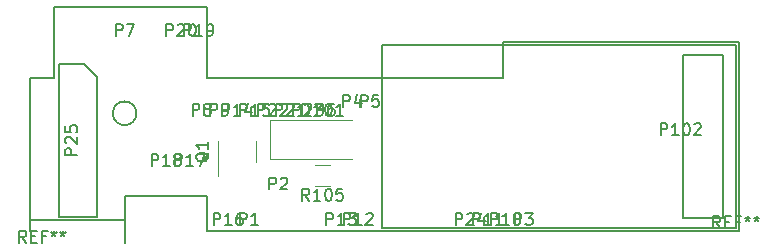
<source format=gbr>
G04 #@! TF.FileFunction,Legend,Top*
%FSLAX46Y46*%
G04 Gerber Fmt 4.6, Leading zero omitted, Abs format (unit mm)*
G04 Created by KiCad (PCBNEW 4.0.5) date 2017 June 13, Tuesday 07:26:24*
%MOMM*%
%LPD*%
G01*
G04 APERTURE LIST*
%ADD10C,0.100000*%
%ADD11C,0.120000*%
%ADD12C,0.150000*%
G04 APERTURE END LIST*
D10*
D11*
X115600000Y-74600000D02*
X115600000Y-77900000D01*
X115600000Y-77900000D02*
X122500000Y-77900000D01*
X115600000Y-74600000D02*
X122500000Y-74600000D01*
X114360000Y-78150000D02*
X114360000Y-76350000D01*
X111140000Y-76350000D02*
X111140000Y-79300000D01*
X119400000Y-78370000D02*
X120600000Y-78370000D01*
X120600000Y-80130000D02*
X119400000Y-80130000D01*
D12*
X104250000Y-74000000D02*
G75*
G03X104250000Y-74000000I-1000000J0D01*
G01*
X110250000Y-84000000D02*
X155250000Y-84000000D01*
X103250000Y-81000000D02*
X103250000Y-85000000D01*
X110250000Y-81000000D02*
X103250000Y-81000000D01*
X110250000Y-84000000D02*
X110250000Y-81000000D01*
X110250000Y-65000000D02*
X110250000Y-71000000D01*
X97250000Y-65000000D02*
X110250000Y-65000000D01*
X97250000Y-71000000D02*
X97250000Y-65000000D01*
X95250000Y-71000000D02*
X97250000Y-71000000D01*
X95250000Y-84000000D02*
X95250000Y-71000000D01*
X135250000Y-71000000D02*
X110250000Y-71000000D01*
X135250000Y-68000000D02*
X135250000Y-71000000D01*
X155250000Y-68000000D02*
X135250000Y-68000000D01*
X155250000Y-84000000D02*
X155250000Y-68000000D01*
X95250000Y-83000000D02*
X103250000Y-83000000D01*
X153900000Y-69100000D02*
X153900000Y-82900000D01*
X150500000Y-69100000D02*
X153900000Y-69100000D01*
X150500000Y-82900000D02*
X150500000Y-69100000D01*
X153900000Y-82900000D02*
X150500000Y-82900000D01*
X155000000Y-68250000D02*
X155000000Y-83750000D01*
X125000000Y-68250000D02*
X155000000Y-68250000D01*
X125000000Y-83750000D02*
X125000000Y-68250000D01*
X155000000Y-83750000D02*
X125000000Y-83750000D01*
X99775000Y-69800000D02*
X97675000Y-69800000D01*
X100875000Y-70900000D02*
X99775000Y-69800000D01*
X100875000Y-82800000D02*
X97675000Y-82800000D01*
X97675000Y-82800000D02*
X97675000Y-69800000D01*
X100875000Y-82800000D02*
X100875000Y-70900000D01*
X118309524Y-74202381D02*
X118309524Y-73202381D01*
X118547619Y-73202381D01*
X118690477Y-73250000D01*
X118785715Y-73345238D01*
X118833334Y-73440476D01*
X118880953Y-73630952D01*
X118880953Y-73773810D01*
X118833334Y-73964286D01*
X118785715Y-74059524D01*
X118690477Y-74154762D01*
X118547619Y-74202381D01*
X118309524Y-74202381D01*
X119833334Y-74202381D02*
X119261905Y-74202381D01*
X119547619Y-74202381D02*
X119547619Y-73202381D01*
X119452381Y-73345238D01*
X119357143Y-73440476D01*
X119261905Y-73488095D01*
X120452381Y-73202381D02*
X120547620Y-73202381D01*
X120642858Y-73250000D01*
X120690477Y-73297619D01*
X120738096Y-73392857D01*
X120785715Y-73583333D01*
X120785715Y-73821429D01*
X120738096Y-74011905D01*
X120690477Y-74107143D01*
X120642858Y-74154762D01*
X120547620Y-74202381D01*
X120452381Y-74202381D01*
X120357143Y-74154762D01*
X120309524Y-74107143D01*
X120261905Y-74011905D01*
X120214286Y-73821429D01*
X120214286Y-73583333D01*
X120261905Y-73392857D01*
X120309524Y-73297619D01*
X120357143Y-73250000D01*
X120452381Y-73202381D01*
X121738096Y-74202381D02*
X121166667Y-74202381D01*
X121452381Y-74202381D02*
X121452381Y-73202381D01*
X121357143Y-73345238D01*
X121261905Y-73440476D01*
X121166667Y-73488095D01*
X110397619Y-77345238D02*
X110350000Y-77440476D01*
X110254762Y-77535714D01*
X110111905Y-77678571D01*
X110064286Y-77773810D01*
X110064286Y-77869048D01*
X110302381Y-77821429D02*
X110254762Y-77916667D01*
X110159524Y-78011905D01*
X109969048Y-78059524D01*
X109635714Y-78059524D01*
X109445238Y-78011905D01*
X109350000Y-77916667D01*
X109302381Y-77821429D01*
X109302381Y-77630952D01*
X109350000Y-77535714D01*
X109445238Y-77440476D01*
X109635714Y-77392857D01*
X109969048Y-77392857D01*
X110159524Y-77440476D01*
X110254762Y-77535714D01*
X110302381Y-77630952D01*
X110302381Y-77821429D01*
X110302381Y-76440476D02*
X110302381Y-77011905D01*
X110302381Y-76726191D02*
X109302381Y-76726191D01*
X109445238Y-76821429D01*
X109540476Y-76916667D01*
X109588095Y-77011905D01*
X118880953Y-81402381D02*
X118547619Y-80926190D01*
X118309524Y-81402381D02*
X118309524Y-80402381D01*
X118690477Y-80402381D01*
X118785715Y-80450000D01*
X118833334Y-80497619D01*
X118880953Y-80592857D01*
X118880953Y-80735714D01*
X118833334Y-80830952D01*
X118785715Y-80878571D01*
X118690477Y-80926190D01*
X118309524Y-80926190D01*
X119833334Y-81402381D02*
X119261905Y-81402381D01*
X119547619Y-81402381D02*
X119547619Y-80402381D01*
X119452381Y-80545238D01*
X119357143Y-80640476D01*
X119261905Y-80688095D01*
X120452381Y-80402381D02*
X120547620Y-80402381D01*
X120642858Y-80450000D01*
X120690477Y-80497619D01*
X120738096Y-80592857D01*
X120785715Y-80783333D01*
X120785715Y-81021429D01*
X120738096Y-81211905D01*
X120690477Y-81307143D01*
X120642858Y-81354762D01*
X120547620Y-81402381D01*
X120452381Y-81402381D01*
X120357143Y-81354762D01*
X120309524Y-81307143D01*
X120261905Y-81211905D01*
X120214286Y-81021429D01*
X120214286Y-80783333D01*
X120261905Y-80592857D01*
X120309524Y-80497619D01*
X120357143Y-80450000D01*
X120452381Y-80402381D01*
X121690477Y-80402381D02*
X121214286Y-80402381D01*
X121166667Y-80878571D01*
X121214286Y-80830952D01*
X121309524Y-80783333D01*
X121547620Y-80783333D01*
X121642858Y-80830952D01*
X121690477Y-80878571D01*
X121738096Y-80973810D01*
X121738096Y-81211905D01*
X121690477Y-81307143D01*
X121642858Y-81354762D01*
X121547620Y-81402381D01*
X121309524Y-81402381D01*
X121214286Y-81354762D01*
X121166667Y-81307143D01*
X94916667Y-84952381D02*
X94583333Y-84476190D01*
X94345238Y-84952381D02*
X94345238Y-83952381D01*
X94726191Y-83952381D01*
X94821429Y-84000000D01*
X94869048Y-84047619D01*
X94916667Y-84142857D01*
X94916667Y-84285714D01*
X94869048Y-84380952D01*
X94821429Y-84428571D01*
X94726191Y-84476190D01*
X94345238Y-84476190D01*
X95345238Y-84428571D02*
X95678572Y-84428571D01*
X95821429Y-84952381D02*
X95345238Y-84952381D01*
X95345238Y-83952381D01*
X95821429Y-83952381D01*
X96583334Y-84428571D02*
X96250000Y-84428571D01*
X96250000Y-84952381D02*
X96250000Y-83952381D01*
X96726191Y-83952381D01*
X97250000Y-83952381D02*
X97250000Y-84190476D01*
X97011905Y-84095238D02*
X97250000Y-84190476D01*
X97488096Y-84095238D01*
X97107143Y-84380952D02*
X97250000Y-84190476D01*
X97392858Y-84380952D01*
X98011905Y-83952381D02*
X98011905Y-84190476D01*
X97773810Y-84095238D02*
X98011905Y-84190476D01*
X98250001Y-84095238D01*
X97869048Y-84380952D02*
X98011905Y-84190476D01*
X98154763Y-84380952D01*
X153666667Y-83702381D02*
X153333333Y-83226190D01*
X153095238Y-83702381D02*
X153095238Y-82702381D01*
X153476191Y-82702381D01*
X153571429Y-82750000D01*
X153619048Y-82797619D01*
X153666667Y-82892857D01*
X153666667Y-83035714D01*
X153619048Y-83130952D01*
X153571429Y-83178571D01*
X153476191Y-83226190D01*
X153095238Y-83226190D01*
X154095238Y-83178571D02*
X154428572Y-83178571D01*
X154571429Y-83702381D02*
X154095238Y-83702381D01*
X154095238Y-82702381D01*
X154571429Y-82702381D01*
X155333334Y-83178571D02*
X155000000Y-83178571D01*
X155000000Y-83702381D02*
X155000000Y-82702381D01*
X155476191Y-82702381D01*
X156000000Y-82702381D02*
X156000000Y-82940476D01*
X155761905Y-82845238D02*
X156000000Y-82940476D01*
X156238096Y-82845238D01*
X155857143Y-83130952D02*
X156000000Y-82940476D01*
X156142858Y-83130952D01*
X156761905Y-82702381D02*
X156761905Y-82940476D01*
X156523810Y-82845238D02*
X156761905Y-82940476D01*
X157000001Y-82845238D01*
X156619048Y-83130952D02*
X156761905Y-82940476D01*
X156904763Y-83130952D01*
X131285714Y-83452381D02*
X131285714Y-82452381D01*
X131666667Y-82452381D01*
X131761905Y-82500000D01*
X131809524Y-82547619D01*
X131857143Y-82642857D01*
X131857143Y-82785714D01*
X131809524Y-82880952D01*
X131761905Y-82928571D01*
X131666667Y-82976190D01*
X131285714Y-82976190D01*
X132238095Y-82547619D02*
X132285714Y-82500000D01*
X132380952Y-82452381D01*
X132619048Y-82452381D01*
X132714286Y-82500000D01*
X132761905Y-82547619D01*
X132809524Y-82642857D01*
X132809524Y-82738095D01*
X132761905Y-82880952D01*
X132190476Y-83452381D01*
X132809524Y-83452381D01*
X133666667Y-82785714D02*
X133666667Y-83452381D01*
X133428571Y-82404762D02*
X133190476Y-83119048D01*
X133809524Y-83119048D01*
X117535714Y-74202381D02*
X117535714Y-73202381D01*
X117916667Y-73202381D01*
X118011905Y-73250000D01*
X118059524Y-73297619D01*
X118107143Y-73392857D01*
X118107143Y-73535714D01*
X118059524Y-73630952D01*
X118011905Y-73678571D01*
X117916667Y-73726190D01*
X117535714Y-73726190D01*
X118488095Y-73297619D02*
X118535714Y-73250000D01*
X118630952Y-73202381D01*
X118869048Y-73202381D01*
X118964286Y-73250000D01*
X119011905Y-73297619D01*
X119059524Y-73392857D01*
X119059524Y-73488095D01*
X119011905Y-73630952D01*
X118440476Y-74202381D01*
X119059524Y-74202381D01*
X119392857Y-73202381D02*
X120011905Y-73202381D01*
X119678571Y-73583333D01*
X119821429Y-73583333D01*
X119916667Y-73630952D01*
X119964286Y-73678571D01*
X120011905Y-73773810D01*
X120011905Y-74011905D01*
X119964286Y-74107143D01*
X119916667Y-74154762D01*
X119821429Y-74202381D01*
X119535714Y-74202381D01*
X119440476Y-74154762D01*
X119392857Y-74107143D01*
X114535714Y-74202381D02*
X114535714Y-73202381D01*
X114916667Y-73202381D01*
X115011905Y-73250000D01*
X115059524Y-73297619D01*
X115107143Y-73392857D01*
X115107143Y-73535714D01*
X115059524Y-73630952D01*
X115011905Y-73678571D01*
X114916667Y-73726190D01*
X114535714Y-73726190D01*
X115488095Y-73297619D02*
X115535714Y-73250000D01*
X115630952Y-73202381D01*
X115869048Y-73202381D01*
X115964286Y-73250000D01*
X116011905Y-73297619D01*
X116059524Y-73392857D01*
X116059524Y-73488095D01*
X116011905Y-73630952D01*
X115440476Y-74202381D01*
X116059524Y-74202381D01*
X116440476Y-73297619D02*
X116488095Y-73250000D01*
X116583333Y-73202381D01*
X116821429Y-73202381D01*
X116916667Y-73250000D01*
X116964286Y-73297619D01*
X117011905Y-73392857D01*
X117011905Y-73488095D01*
X116964286Y-73630952D01*
X116392857Y-74202381D01*
X117011905Y-74202381D01*
X116035714Y-74202381D02*
X116035714Y-73202381D01*
X116416667Y-73202381D01*
X116511905Y-73250000D01*
X116559524Y-73297619D01*
X116607143Y-73392857D01*
X116607143Y-73535714D01*
X116559524Y-73630952D01*
X116511905Y-73678571D01*
X116416667Y-73726190D01*
X116035714Y-73726190D01*
X116988095Y-73297619D02*
X117035714Y-73250000D01*
X117130952Y-73202381D01*
X117369048Y-73202381D01*
X117464286Y-73250000D01*
X117511905Y-73297619D01*
X117559524Y-73392857D01*
X117559524Y-73488095D01*
X117511905Y-73630952D01*
X116940476Y-74202381D01*
X117559524Y-74202381D01*
X118511905Y-74202381D02*
X117940476Y-74202381D01*
X118226190Y-74202381D02*
X118226190Y-73202381D01*
X118130952Y-73345238D01*
X118035714Y-73440476D01*
X117940476Y-73488095D01*
X106785714Y-67452381D02*
X106785714Y-66452381D01*
X107166667Y-66452381D01*
X107261905Y-66500000D01*
X107309524Y-66547619D01*
X107357143Y-66642857D01*
X107357143Y-66785714D01*
X107309524Y-66880952D01*
X107261905Y-66928571D01*
X107166667Y-66976190D01*
X106785714Y-66976190D01*
X107738095Y-66547619D02*
X107785714Y-66500000D01*
X107880952Y-66452381D01*
X108119048Y-66452381D01*
X108214286Y-66500000D01*
X108261905Y-66547619D01*
X108309524Y-66642857D01*
X108309524Y-66738095D01*
X108261905Y-66880952D01*
X107690476Y-67452381D01*
X108309524Y-67452381D01*
X108928571Y-66452381D02*
X109023810Y-66452381D01*
X109119048Y-66500000D01*
X109166667Y-66547619D01*
X109214286Y-66642857D01*
X109261905Y-66833333D01*
X109261905Y-67071429D01*
X109214286Y-67261905D01*
X109166667Y-67357143D01*
X109119048Y-67404762D01*
X109023810Y-67452381D01*
X108928571Y-67452381D01*
X108833333Y-67404762D01*
X108785714Y-67357143D01*
X108738095Y-67261905D01*
X108690476Y-67071429D01*
X108690476Y-66833333D01*
X108738095Y-66642857D01*
X108785714Y-66547619D01*
X108833333Y-66500000D01*
X108928571Y-66452381D01*
X108285714Y-67452381D02*
X108285714Y-66452381D01*
X108666667Y-66452381D01*
X108761905Y-66500000D01*
X108809524Y-66547619D01*
X108857143Y-66642857D01*
X108857143Y-66785714D01*
X108809524Y-66880952D01*
X108761905Y-66928571D01*
X108666667Y-66976190D01*
X108285714Y-66976190D01*
X109809524Y-67452381D02*
X109238095Y-67452381D01*
X109523809Y-67452381D02*
X109523809Y-66452381D01*
X109428571Y-66595238D01*
X109333333Y-66690476D01*
X109238095Y-66738095D01*
X110285714Y-67452381D02*
X110476190Y-67452381D01*
X110571429Y-67404762D01*
X110619048Y-67357143D01*
X110714286Y-67214286D01*
X110761905Y-67023810D01*
X110761905Y-66642857D01*
X110714286Y-66547619D01*
X110666667Y-66500000D01*
X110571429Y-66452381D01*
X110380952Y-66452381D01*
X110285714Y-66500000D01*
X110238095Y-66547619D01*
X110190476Y-66642857D01*
X110190476Y-66880952D01*
X110238095Y-66976190D01*
X110285714Y-67023810D01*
X110380952Y-67071429D01*
X110571429Y-67071429D01*
X110666667Y-67023810D01*
X110714286Y-66976190D01*
X110761905Y-66880952D01*
X105535714Y-78452381D02*
X105535714Y-77452381D01*
X105916667Y-77452381D01*
X106011905Y-77500000D01*
X106059524Y-77547619D01*
X106107143Y-77642857D01*
X106107143Y-77785714D01*
X106059524Y-77880952D01*
X106011905Y-77928571D01*
X105916667Y-77976190D01*
X105535714Y-77976190D01*
X107059524Y-78452381D02*
X106488095Y-78452381D01*
X106773809Y-78452381D02*
X106773809Y-77452381D01*
X106678571Y-77595238D01*
X106583333Y-77690476D01*
X106488095Y-77738095D01*
X107630952Y-77880952D02*
X107535714Y-77833333D01*
X107488095Y-77785714D01*
X107440476Y-77690476D01*
X107440476Y-77642857D01*
X107488095Y-77547619D01*
X107535714Y-77500000D01*
X107630952Y-77452381D01*
X107821429Y-77452381D01*
X107916667Y-77500000D01*
X107964286Y-77547619D01*
X108011905Y-77642857D01*
X108011905Y-77690476D01*
X107964286Y-77785714D01*
X107916667Y-77833333D01*
X107821429Y-77880952D01*
X107630952Y-77880952D01*
X107535714Y-77928571D01*
X107488095Y-77976190D01*
X107440476Y-78071429D01*
X107440476Y-78261905D01*
X107488095Y-78357143D01*
X107535714Y-78404762D01*
X107630952Y-78452381D01*
X107821429Y-78452381D01*
X107916667Y-78404762D01*
X107964286Y-78357143D01*
X108011905Y-78261905D01*
X108011905Y-78071429D01*
X107964286Y-77976190D01*
X107916667Y-77928571D01*
X107821429Y-77880952D01*
X107535714Y-78452381D02*
X107535714Y-77452381D01*
X107916667Y-77452381D01*
X108011905Y-77500000D01*
X108059524Y-77547619D01*
X108107143Y-77642857D01*
X108107143Y-77785714D01*
X108059524Y-77880952D01*
X108011905Y-77928571D01*
X107916667Y-77976190D01*
X107535714Y-77976190D01*
X109059524Y-78452381D02*
X108488095Y-78452381D01*
X108773809Y-78452381D02*
X108773809Y-77452381D01*
X108678571Y-77595238D01*
X108583333Y-77690476D01*
X108488095Y-77738095D01*
X109392857Y-77452381D02*
X110059524Y-77452381D01*
X109630952Y-78452381D01*
X110785714Y-83452381D02*
X110785714Y-82452381D01*
X111166667Y-82452381D01*
X111261905Y-82500000D01*
X111309524Y-82547619D01*
X111357143Y-82642857D01*
X111357143Y-82785714D01*
X111309524Y-82880952D01*
X111261905Y-82928571D01*
X111166667Y-82976190D01*
X110785714Y-82976190D01*
X112309524Y-83452381D02*
X111738095Y-83452381D01*
X112023809Y-83452381D02*
X112023809Y-82452381D01*
X111928571Y-82595238D01*
X111833333Y-82690476D01*
X111738095Y-82738095D01*
X113166667Y-82452381D02*
X112976190Y-82452381D01*
X112880952Y-82500000D01*
X112833333Y-82547619D01*
X112738095Y-82690476D01*
X112690476Y-82880952D01*
X112690476Y-83261905D01*
X112738095Y-83357143D01*
X112785714Y-83404762D01*
X112880952Y-83452381D01*
X113071429Y-83452381D01*
X113166667Y-83404762D01*
X113214286Y-83357143D01*
X113261905Y-83261905D01*
X113261905Y-83023810D01*
X113214286Y-82928571D01*
X113166667Y-82880952D01*
X113071429Y-82833333D01*
X112880952Y-82833333D01*
X112785714Y-82880952D01*
X112738095Y-82928571D01*
X112690476Y-83023810D01*
X113035714Y-74202381D02*
X113035714Y-73202381D01*
X113416667Y-73202381D01*
X113511905Y-73250000D01*
X113559524Y-73297619D01*
X113607143Y-73392857D01*
X113607143Y-73535714D01*
X113559524Y-73630952D01*
X113511905Y-73678571D01*
X113416667Y-73726190D01*
X113035714Y-73726190D01*
X114559524Y-74202381D02*
X113988095Y-74202381D01*
X114273809Y-74202381D02*
X114273809Y-73202381D01*
X114178571Y-73345238D01*
X114083333Y-73440476D01*
X113988095Y-73488095D01*
X115464286Y-73202381D02*
X114988095Y-73202381D01*
X114940476Y-73678571D01*
X114988095Y-73630952D01*
X115083333Y-73583333D01*
X115321429Y-73583333D01*
X115416667Y-73630952D01*
X115464286Y-73678571D01*
X115511905Y-73773810D01*
X115511905Y-74011905D01*
X115464286Y-74107143D01*
X115416667Y-74154762D01*
X115321429Y-74202381D01*
X115083333Y-74202381D01*
X114988095Y-74154762D01*
X114940476Y-74107143D01*
X111535714Y-74202381D02*
X111535714Y-73202381D01*
X111916667Y-73202381D01*
X112011905Y-73250000D01*
X112059524Y-73297619D01*
X112107143Y-73392857D01*
X112107143Y-73535714D01*
X112059524Y-73630952D01*
X112011905Y-73678571D01*
X111916667Y-73726190D01*
X111535714Y-73726190D01*
X113059524Y-74202381D02*
X112488095Y-74202381D01*
X112773809Y-74202381D02*
X112773809Y-73202381D01*
X112678571Y-73345238D01*
X112583333Y-73440476D01*
X112488095Y-73488095D01*
X113916667Y-73535714D02*
X113916667Y-74202381D01*
X113678571Y-73154762D02*
X113440476Y-73869048D01*
X114059524Y-73869048D01*
X120335714Y-83452381D02*
X120335714Y-82452381D01*
X120716667Y-82452381D01*
X120811905Y-82500000D01*
X120859524Y-82547619D01*
X120907143Y-82642857D01*
X120907143Y-82785714D01*
X120859524Y-82880952D01*
X120811905Y-82928571D01*
X120716667Y-82976190D01*
X120335714Y-82976190D01*
X121859524Y-83452381D02*
X121288095Y-83452381D01*
X121573809Y-83452381D02*
X121573809Y-82452381D01*
X121478571Y-82595238D01*
X121383333Y-82690476D01*
X121288095Y-82738095D01*
X122192857Y-82452381D02*
X122811905Y-82452381D01*
X122478571Y-82833333D01*
X122621429Y-82833333D01*
X122716667Y-82880952D01*
X122764286Y-82928571D01*
X122811905Y-83023810D01*
X122811905Y-83261905D01*
X122764286Y-83357143D01*
X122716667Y-83404762D01*
X122621429Y-83452381D01*
X122335714Y-83452381D01*
X122240476Y-83404762D01*
X122192857Y-83357143D01*
X121785714Y-83452381D02*
X121785714Y-82452381D01*
X122166667Y-82452381D01*
X122261905Y-82500000D01*
X122309524Y-82547619D01*
X122357143Y-82642857D01*
X122357143Y-82785714D01*
X122309524Y-82880952D01*
X122261905Y-82928571D01*
X122166667Y-82976190D01*
X121785714Y-82976190D01*
X123309524Y-83452381D02*
X122738095Y-83452381D01*
X123023809Y-83452381D02*
X123023809Y-82452381D01*
X122928571Y-82595238D01*
X122833333Y-82690476D01*
X122738095Y-82738095D01*
X123690476Y-82547619D02*
X123738095Y-82500000D01*
X123833333Y-82452381D01*
X124071429Y-82452381D01*
X124166667Y-82500000D01*
X124214286Y-82547619D01*
X124261905Y-82642857D01*
X124261905Y-82738095D01*
X124214286Y-82880952D01*
X123642857Y-83452381D01*
X124261905Y-83452381D01*
X132785714Y-83452381D02*
X132785714Y-82452381D01*
X133166667Y-82452381D01*
X133261905Y-82500000D01*
X133309524Y-82547619D01*
X133357143Y-82642857D01*
X133357143Y-82785714D01*
X133309524Y-82880952D01*
X133261905Y-82928571D01*
X133166667Y-82976190D01*
X132785714Y-82976190D01*
X134309524Y-83452381D02*
X133738095Y-83452381D01*
X134023809Y-83452381D02*
X134023809Y-82452381D01*
X133928571Y-82595238D01*
X133833333Y-82690476D01*
X133738095Y-82738095D01*
X135261905Y-83452381D02*
X134690476Y-83452381D01*
X134976190Y-83452381D02*
X134976190Y-82452381D01*
X134880952Y-82595238D01*
X134785714Y-82690476D01*
X134690476Y-82738095D01*
X134285714Y-83452381D02*
X134285714Y-82452381D01*
X134666667Y-82452381D01*
X134761905Y-82500000D01*
X134809524Y-82547619D01*
X134857143Y-82642857D01*
X134857143Y-82785714D01*
X134809524Y-82880952D01*
X134761905Y-82928571D01*
X134666667Y-82976190D01*
X134285714Y-82976190D01*
X135809524Y-83452381D02*
X135238095Y-83452381D01*
X135523809Y-83452381D02*
X135523809Y-82452381D01*
X135428571Y-82595238D01*
X135333333Y-82690476D01*
X135238095Y-82738095D01*
X136428571Y-82452381D02*
X136523810Y-82452381D01*
X136619048Y-82500000D01*
X136666667Y-82547619D01*
X136714286Y-82642857D01*
X136761905Y-82833333D01*
X136761905Y-83071429D01*
X136714286Y-83261905D01*
X136666667Y-83357143D01*
X136619048Y-83404762D01*
X136523810Y-83452381D01*
X136428571Y-83452381D01*
X136333333Y-83404762D01*
X136285714Y-83357143D01*
X136238095Y-83261905D01*
X136190476Y-83071429D01*
X136190476Y-82833333D01*
X136238095Y-82642857D01*
X136285714Y-82547619D01*
X136333333Y-82500000D01*
X136428571Y-82452381D01*
X110511905Y-74202381D02*
X110511905Y-73202381D01*
X110892858Y-73202381D01*
X110988096Y-73250000D01*
X111035715Y-73297619D01*
X111083334Y-73392857D01*
X111083334Y-73535714D01*
X111035715Y-73630952D01*
X110988096Y-73678571D01*
X110892858Y-73726190D01*
X110511905Y-73726190D01*
X111559524Y-74202381D02*
X111750000Y-74202381D01*
X111845239Y-74154762D01*
X111892858Y-74107143D01*
X111988096Y-73964286D01*
X112035715Y-73773810D01*
X112035715Y-73392857D01*
X111988096Y-73297619D01*
X111940477Y-73250000D01*
X111845239Y-73202381D01*
X111654762Y-73202381D01*
X111559524Y-73250000D01*
X111511905Y-73297619D01*
X111464286Y-73392857D01*
X111464286Y-73630952D01*
X111511905Y-73726190D01*
X111559524Y-73773810D01*
X111654762Y-73821429D01*
X111845239Y-73821429D01*
X111940477Y-73773810D01*
X111988096Y-73726190D01*
X112035715Y-73630952D01*
X109011905Y-74202381D02*
X109011905Y-73202381D01*
X109392858Y-73202381D01*
X109488096Y-73250000D01*
X109535715Y-73297619D01*
X109583334Y-73392857D01*
X109583334Y-73535714D01*
X109535715Y-73630952D01*
X109488096Y-73678571D01*
X109392858Y-73726190D01*
X109011905Y-73726190D01*
X110154762Y-73630952D02*
X110059524Y-73583333D01*
X110011905Y-73535714D01*
X109964286Y-73440476D01*
X109964286Y-73392857D01*
X110011905Y-73297619D01*
X110059524Y-73250000D01*
X110154762Y-73202381D01*
X110345239Y-73202381D01*
X110440477Y-73250000D01*
X110488096Y-73297619D01*
X110535715Y-73392857D01*
X110535715Y-73440476D01*
X110488096Y-73535714D01*
X110440477Y-73583333D01*
X110345239Y-73630952D01*
X110154762Y-73630952D01*
X110059524Y-73678571D01*
X110011905Y-73726190D01*
X109964286Y-73821429D01*
X109964286Y-74011905D01*
X110011905Y-74107143D01*
X110059524Y-74154762D01*
X110154762Y-74202381D01*
X110345239Y-74202381D01*
X110440477Y-74154762D01*
X110488096Y-74107143D01*
X110535715Y-74011905D01*
X110535715Y-73821429D01*
X110488096Y-73726190D01*
X110440477Y-73678571D01*
X110345239Y-73630952D01*
X102511905Y-67452381D02*
X102511905Y-66452381D01*
X102892858Y-66452381D01*
X102988096Y-66500000D01*
X103035715Y-66547619D01*
X103083334Y-66642857D01*
X103083334Y-66785714D01*
X103035715Y-66880952D01*
X102988096Y-66928571D01*
X102892858Y-66976190D01*
X102511905Y-66976190D01*
X103416667Y-66452381D02*
X104083334Y-66452381D01*
X103654762Y-67452381D01*
X119511905Y-74202381D02*
X119511905Y-73202381D01*
X119892858Y-73202381D01*
X119988096Y-73250000D01*
X120035715Y-73297619D01*
X120083334Y-73392857D01*
X120083334Y-73535714D01*
X120035715Y-73630952D01*
X119988096Y-73678571D01*
X119892858Y-73726190D01*
X119511905Y-73726190D01*
X120940477Y-73202381D02*
X120750000Y-73202381D01*
X120654762Y-73250000D01*
X120607143Y-73297619D01*
X120511905Y-73440476D01*
X120464286Y-73630952D01*
X120464286Y-74011905D01*
X120511905Y-74107143D01*
X120559524Y-74154762D01*
X120654762Y-74202381D01*
X120845239Y-74202381D01*
X120940477Y-74154762D01*
X120988096Y-74107143D01*
X121035715Y-74011905D01*
X121035715Y-73773810D01*
X120988096Y-73678571D01*
X120940477Y-73630952D01*
X120845239Y-73583333D01*
X120654762Y-73583333D01*
X120559524Y-73630952D01*
X120511905Y-73678571D01*
X120464286Y-73773810D01*
X123261905Y-73452381D02*
X123261905Y-72452381D01*
X123642858Y-72452381D01*
X123738096Y-72500000D01*
X123785715Y-72547619D01*
X123833334Y-72642857D01*
X123833334Y-72785714D01*
X123785715Y-72880952D01*
X123738096Y-72928571D01*
X123642858Y-72976190D01*
X123261905Y-72976190D01*
X124738096Y-72452381D02*
X124261905Y-72452381D01*
X124214286Y-72928571D01*
X124261905Y-72880952D01*
X124357143Y-72833333D01*
X124595239Y-72833333D01*
X124690477Y-72880952D01*
X124738096Y-72928571D01*
X124785715Y-73023810D01*
X124785715Y-73261905D01*
X124738096Y-73357143D01*
X124690477Y-73404762D01*
X124595239Y-73452381D01*
X124357143Y-73452381D01*
X124261905Y-73404762D01*
X124214286Y-73357143D01*
X121761905Y-73452381D02*
X121761905Y-72452381D01*
X122142858Y-72452381D01*
X122238096Y-72500000D01*
X122285715Y-72547619D01*
X122333334Y-72642857D01*
X122333334Y-72785714D01*
X122285715Y-72880952D01*
X122238096Y-72928571D01*
X122142858Y-72976190D01*
X121761905Y-72976190D01*
X123190477Y-72785714D02*
X123190477Y-73452381D01*
X122952381Y-72404762D02*
X122714286Y-73119048D01*
X123333334Y-73119048D01*
X136261905Y-83452381D02*
X136261905Y-82452381D01*
X136642858Y-82452381D01*
X136738096Y-82500000D01*
X136785715Y-82547619D01*
X136833334Y-82642857D01*
X136833334Y-82785714D01*
X136785715Y-82880952D01*
X136738096Y-82928571D01*
X136642858Y-82976190D01*
X136261905Y-82976190D01*
X137166667Y-82452381D02*
X137785715Y-82452381D01*
X137452381Y-82833333D01*
X137595239Y-82833333D01*
X137690477Y-82880952D01*
X137738096Y-82928571D01*
X137785715Y-83023810D01*
X137785715Y-83261905D01*
X137738096Y-83357143D01*
X137690477Y-83404762D01*
X137595239Y-83452381D01*
X137309524Y-83452381D01*
X137214286Y-83404762D01*
X137166667Y-83357143D01*
X115511905Y-80452381D02*
X115511905Y-79452381D01*
X115892858Y-79452381D01*
X115988096Y-79500000D01*
X116035715Y-79547619D01*
X116083334Y-79642857D01*
X116083334Y-79785714D01*
X116035715Y-79880952D01*
X115988096Y-79928571D01*
X115892858Y-79976190D01*
X115511905Y-79976190D01*
X116464286Y-79547619D02*
X116511905Y-79500000D01*
X116607143Y-79452381D01*
X116845239Y-79452381D01*
X116940477Y-79500000D01*
X116988096Y-79547619D01*
X117035715Y-79642857D01*
X117035715Y-79738095D01*
X116988096Y-79880952D01*
X116416667Y-80452381D01*
X117035715Y-80452381D01*
X113011905Y-83452381D02*
X113011905Y-82452381D01*
X113392858Y-82452381D01*
X113488096Y-82500000D01*
X113535715Y-82547619D01*
X113583334Y-82642857D01*
X113583334Y-82785714D01*
X113535715Y-82880952D01*
X113488096Y-82928571D01*
X113392858Y-82976190D01*
X113011905Y-82976190D01*
X114535715Y-83452381D02*
X113964286Y-83452381D01*
X114250000Y-83452381D02*
X114250000Y-82452381D01*
X114154762Y-82595238D01*
X114059524Y-82690476D01*
X113964286Y-82738095D01*
X148626524Y-75852381D02*
X148626524Y-74852381D01*
X149007477Y-74852381D01*
X149102715Y-74900000D01*
X149150334Y-74947619D01*
X149197953Y-75042857D01*
X149197953Y-75185714D01*
X149150334Y-75280952D01*
X149102715Y-75328571D01*
X149007477Y-75376190D01*
X148626524Y-75376190D01*
X150150334Y-75852381D02*
X149578905Y-75852381D01*
X149864619Y-75852381D02*
X149864619Y-74852381D01*
X149769381Y-74995238D01*
X149674143Y-75090476D01*
X149578905Y-75138095D01*
X150769381Y-74852381D02*
X150864620Y-74852381D01*
X150959858Y-74900000D01*
X151007477Y-74947619D01*
X151055096Y-75042857D01*
X151102715Y-75233333D01*
X151102715Y-75471429D01*
X151055096Y-75661905D01*
X151007477Y-75757143D01*
X150959858Y-75804762D01*
X150864620Y-75852381D01*
X150769381Y-75852381D01*
X150674143Y-75804762D01*
X150626524Y-75757143D01*
X150578905Y-75661905D01*
X150531286Y-75471429D01*
X150531286Y-75233333D01*
X150578905Y-75042857D01*
X150626524Y-74947619D01*
X150674143Y-74900000D01*
X150769381Y-74852381D01*
X151483667Y-74947619D02*
X151531286Y-74900000D01*
X151626524Y-74852381D01*
X151864620Y-74852381D01*
X151959858Y-74900000D01*
X152007477Y-74947619D01*
X152055096Y-75042857D01*
X152055096Y-75138095D01*
X152007477Y-75280952D01*
X151436048Y-75852381D01*
X152055096Y-75852381D01*
X99227381Y-77514286D02*
X98227381Y-77514286D01*
X98227381Y-77133333D01*
X98275000Y-77038095D01*
X98322619Y-76990476D01*
X98417857Y-76942857D01*
X98560714Y-76942857D01*
X98655952Y-76990476D01*
X98703571Y-77038095D01*
X98751190Y-77133333D01*
X98751190Y-77514286D01*
X98322619Y-76561905D02*
X98275000Y-76514286D01*
X98227381Y-76419048D01*
X98227381Y-76180952D01*
X98275000Y-76085714D01*
X98322619Y-76038095D01*
X98417857Y-75990476D01*
X98513095Y-75990476D01*
X98655952Y-76038095D01*
X99227381Y-76609524D01*
X99227381Y-75990476D01*
X98227381Y-75085714D02*
X98227381Y-75561905D01*
X98703571Y-75609524D01*
X98655952Y-75561905D01*
X98608333Y-75466667D01*
X98608333Y-75228571D01*
X98655952Y-75133333D01*
X98703571Y-75085714D01*
X98798810Y-75038095D01*
X99036905Y-75038095D01*
X99132143Y-75085714D01*
X99179762Y-75133333D01*
X99227381Y-75228571D01*
X99227381Y-75466667D01*
X99179762Y-75561905D01*
X99132143Y-75609524D01*
M02*

</source>
